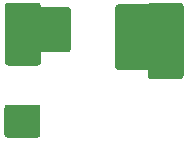
<source format=gbs>
G04 Layer: BottomSolderMaskLayer*
G04 EasyEDA Pro v2.2.45.4, 2025-12-23 10:37:26*
G04 Gerber Generator version 0.3*
G04 Scale: 100 percent, Rotated: No, Reflected: No*
G04 Dimensions in millimeters*
G04 Leading zeros omitted, absolute positions, 4 integers and 5 decimals*
G04 Generated by one-click*
%FSLAX45Y45*%
%MOMM*%
%ADD10C,0.254*%
%ADD11C,0.2955*%
G75*


G04 Rect Start*
G36*
G01X1245220Y-685800D02*
G01X1245220Y-88900D01*
G02X1270620Y-63500I25400J0D01*
G01X1524620Y-63500D01*
G02X1550020Y-88900I0J-25400D01*
G01X1550020Y-685800D01*
G02X1524620Y-711200I-25400J0D01*
G01X1270620Y-711200D01*
G02X1245220Y-685800I0J25400D01*
G37*
G36*
G01X38100Y-571500D02*
G01X38100Y-88900D01*
G02X63500Y-63500I25400J0D01*
G01X317500Y-63500D01*
G02X342900Y-88900I0J-25400D01*
G01X342900Y-571500D01*
G02X317500Y-596900I-25400J0D01*
G01X63500Y-596900D01*
G02X38100Y-571500I0J25400D01*
G37*
G36*
G01X292100Y-457200D02*
G01X292100Y-127000D01*
G02X317500Y-101600I25400J0D01*
G01X571500Y-101600D01*
G02X596900Y-127000I0J-25400D01*
G01X596900Y-457200D01*
G02X571500Y-482600I-25400J0D01*
G01X317500Y-482600D01*
G02X292100Y-457200I0J25400D01*
G37*
G36*
G01X971550Y-609600D02*
G01X971550Y-101600D01*
G02X996950Y-76200I25400J0D01*
G01X1314450Y-76200D01*
G02X1339850Y-101600I0J-25400D01*
G01X1339850Y-609600D01*
G02X1314450Y-635000I-25400J0D01*
G01X996950Y-635000D01*
G02X971550Y-609600I0J25400D01*
G37*
G36*
G01X33777Y-1180452D02*
G01X33777Y-951852D01*
G02X59177Y-926452I25400J0D01*
G01X313177Y-926452D01*
G02X338577Y-951852I0J-25400D01*
G01X338577Y-1180452D01*
G02X313177Y-1205852I-25400J0D01*
G01X59177Y-1205852D01*
G02X33777Y-1180452I0J25400D01*
G37*
G04 Rect End*
G54D10*

M02*


</source>
